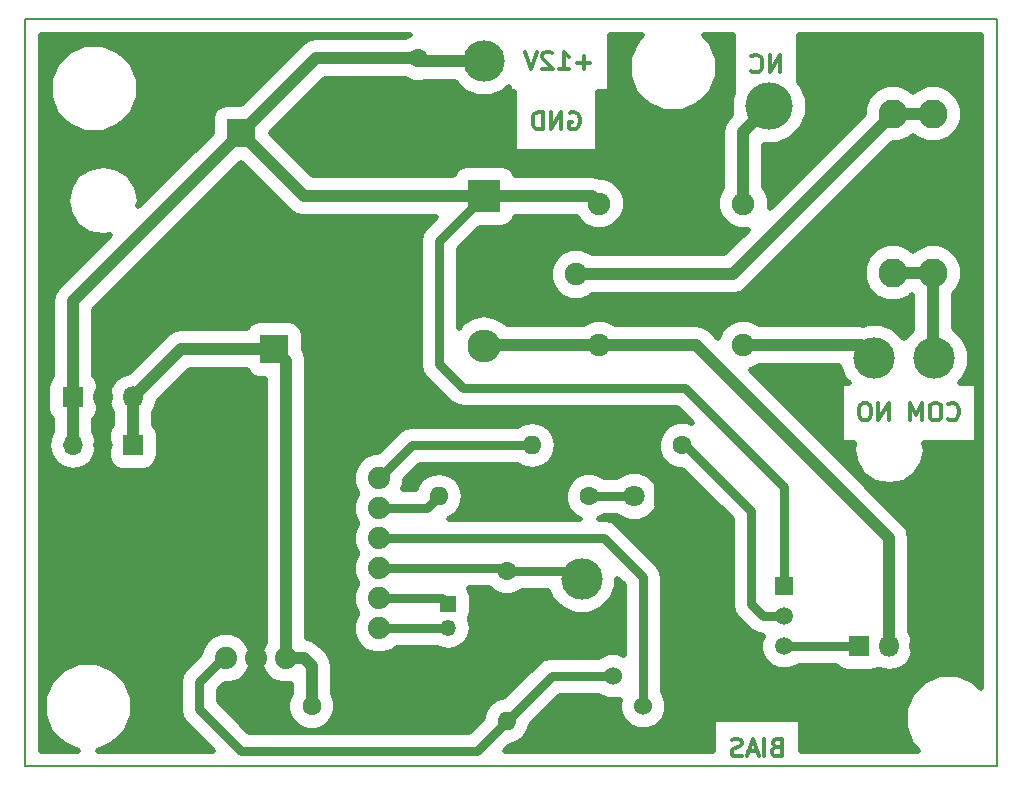
<source format=gbr>
G04 #@! TF.FileFunction,Copper,L2,Bot,Signal*
%FSLAX46Y46*%
G04 Gerber Fmt 4.6, Leading zero omitted, Abs format (unit mm)*
G04 Created by KiCad (PCBNEW 4.0.4-stable) date 04/25/17 22:02:41*
%MOMM*%
%LPD*%
G01*
G04 APERTURE LIST*
%ADD10C,0.100000*%
%ADD11C,0.300000*%
%ADD12C,0.150000*%
%ADD13R,1.350000X1.350000*%
%ADD14O,1.350000X1.350000*%
%ADD15C,3.500120*%
%ADD16C,1.600000*%
%ADD17R,2.400000X2.400000*%
%ADD18C,2.400000*%
%ADD19R,1.800000X1.800000*%
%ADD20C,1.800000*%
%ADD21R,2.800000X2.800000*%
%ADD22O,2.800000X2.800000*%
%ADD23C,2.463800*%
%ADD24O,1.800000X1.800000*%
%ADD25O,1.600000X1.600000*%
%ADD26C,1.524000*%
%ADD27C,1.900000*%
%ADD28C,1.879600*%
%ADD29C,4.000500*%
%ADD30R,1.700000X1.700000*%
%ADD31O,1.700000X1.700000*%
%ADD32C,1.520000*%
%ADD33R,1.520000X1.520000*%
%ADD34C,1.016000*%
%ADD35C,0.635000*%
%ADD36C,0.250000*%
%ADD37C,0.762000*%
%ADD38C,0.508000*%
G04 APERTURE END LIST*
D10*
D11*
X165183142Y-126384857D02*
X164968856Y-126456286D01*
X164897428Y-126527714D01*
X164825999Y-126670571D01*
X164825999Y-126884857D01*
X164897428Y-127027714D01*
X164968856Y-127099143D01*
X165111714Y-127170571D01*
X165683142Y-127170571D01*
X165683142Y-125670571D01*
X165183142Y-125670571D01*
X165040285Y-125742000D01*
X164968856Y-125813429D01*
X164897428Y-125956286D01*
X164897428Y-126099143D01*
X164968856Y-126242000D01*
X165040285Y-126313429D01*
X165183142Y-126384857D01*
X165683142Y-126384857D01*
X164183142Y-127170571D02*
X164183142Y-125670571D01*
X163540285Y-126742000D02*
X162825999Y-126742000D01*
X163683142Y-127170571D02*
X163183142Y-125670571D01*
X162683142Y-127170571D01*
X162254571Y-127099143D02*
X162040285Y-127170571D01*
X161683142Y-127170571D01*
X161540285Y-127099143D01*
X161468856Y-127027714D01*
X161397428Y-126884857D01*
X161397428Y-126742000D01*
X161468856Y-126599143D01*
X161540285Y-126527714D01*
X161683142Y-126456286D01*
X161968856Y-126384857D01*
X162111714Y-126313429D01*
X162183142Y-126242000D01*
X162254571Y-126099143D01*
X162254571Y-125956286D01*
X162183142Y-125813429D01*
X162111714Y-125742000D01*
X161968856Y-125670571D01*
X161611714Y-125670571D01*
X161397428Y-125742000D01*
X147700857Y-72656000D02*
X147843714Y-72584571D01*
X148058000Y-72584571D01*
X148272285Y-72656000D01*
X148415143Y-72798857D01*
X148486571Y-72941714D01*
X148558000Y-73227429D01*
X148558000Y-73441714D01*
X148486571Y-73727429D01*
X148415143Y-73870286D01*
X148272285Y-74013143D01*
X148058000Y-74084571D01*
X147915143Y-74084571D01*
X147700857Y-74013143D01*
X147629428Y-73941714D01*
X147629428Y-73441714D01*
X147915143Y-73441714D01*
X146986571Y-74084571D02*
X146986571Y-72584571D01*
X146129428Y-74084571D01*
X146129428Y-72584571D01*
X145415142Y-74084571D02*
X145415142Y-72584571D01*
X145057999Y-72584571D01*
X144843714Y-72656000D01*
X144700856Y-72798857D01*
X144629428Y-72941714D01*
X144557999Y-73227429D01*
X144557999Y-73441714D01*
X144629428Y-73727429D01*
X144700856Y-73870286D01*
X144843714Y-74013143D01*
X145057999Y-74084571D01*
X145415142Y-74084571D01*
X165516571Y-69258571D02*
X165516571Y-67758571D01*
X164659428Y-69258571D01*
X164659428Y-67758571D01*
X163087999Y-69115714D02*
X163159428Y-69187143D01*
X163373714Y-69258571D01*
X163516571Y-69258571D01*
X163730856Y-69187143D01*
X163873714Y-69044286D01*
X163945142Y-68901429D01*
X164016571Y-68615714D01*
X164016571Y-68401429D01*
X163945142Y-68115714D01*
X163873714Y-67972857D01*
X163730856Y-67830000D01*
X163516571Y-67758571D01*
X163373714Y-67758571D01*
X163159428Y-67830000D01*
X163087999Y-67901429D01*
X174696286Y-98722571D02*
X174696286Y-97222571D01*
X173839143Y-98722571D01*
X173839143Y-97222571D01*
X172839143Y-97222571D02*
X172553429Y-97222571D01*
X172410571Y-97294000D01*
X172267714Y-97436857D01*
X172196286Y-97722571D01*
X172196286Y-98222571D01*
X172267714Y-98508286D01*
X172410571Y-98651143D01*
X172553429Y-98722571D01*
X172839143Y-98722571D01*
X172982000Y-98651143D01*
X173124857Y-98508286D01*
X173196286Y-98222571D01*
X173196286Y-97722571D01*
X173124857Y-97436857D01*
X172982000Y-97294000D01*
X172839143Y-97222571D01*
X179740571Y-98579714D02*
X179812000Y-98651143D01*
X180026286Y-98722571D01*
X180169143Y-98722571D01*
X180383428Y-98651143D01*
X180526286Y-98508286D01*
X180597714Y-98365429D01*
X180669143Y-98079714D01*
X180669143Y-97865429D01*
X180597714Y-97579714D01*
X180526286Y-97436857D01*
X180383428Y-97294000D01*
X180169143Y-97222571D01*
X180026286Y-97222571D01*
X179812000Y-97294000D01*
X179740571Y-97365429D01*
X178812000Y-97222571D02*
X178526286Y-97222571D01*
X178383428Y-97294000D01*
X178240571Y-97436857D01*
X178169143Y-97722571D01*
X178169143Y-98222571D01*
X178240571Y-98508286D01*
X178383428Y-98651143D01*
X178526286Y-98722571D01*
X178812000Y-98722571D01*
X178954857Y-98651143D01*
X179097714Y-98508286D01*
X179169143Y-98222571D01*
X179169143Y-97722571D01*
X179097714Y-97436857D01*
X178954857Y-97294000D01*
X178812000Y-97222571D01*
X177526285Y-98722571D02*
X177526285Y-97222571D01*
X177026285Y-98294000D01*
X176526285Y-97222571D01*
X176526285Y-98722571D01*
X149454856Y-68433143D02*
X148311999Y-68433143D01*
X148883428Y-69004571D02*
X148883428Y-67861714D01*
X146811999Y-69004571D02*
X147669142Y-69004571D01*
X147240570Y-69004571D02*
X147240570Y-67504571D01*
X147383427Y-67718857D01*
X147526285Y-67861714D01*
X147669142Y-67933143D01*
X146240571Y-67647429D02*
X146169142Y-67576000D01*
X146026285Y-67504571D01*
X145669142Y-67504571D01*
X145526285Y-67576000D01*
X145454856Y-67647429D01*
X145383428Y-67790286D01*
X145383428Y-67933143D01*
X145454856Y-68147429D01*
X146311999Y-69004571D01*
X145383428Y-69004571D01*
X144954857Y-67504571D02*
X144454857Y-69004571D01*
X143954857Y-67504571D01*
D12*
X183896000Y-128016000D02*
X183896000Y-64770000D01*
X101600000Y-128016000D02*
X101600000Y-64770000D01*
X183896000Y-128016000D02*
X101600000Y-128016000D01*
X101600000Y-64770000D02*
X183896000Y-64770000D01*
D13*
X137414000Y-114300000D03*
D14*
X137414000Y-116300000D03*
D15*
X148717000Y-112141000D03*
X158877000Y-112141000D03*
D16*
X125857000Y-122936000D03*
X120857000Y-122936000D03*
D17*
X122682000Y-92710000D03*
D18*
X127682000Y-92710000D03*
D16*
X134874000Y-68072000D03*
X134874000Y-73072000D03*
D17*
X119888000Y-74422000D03*
D18*
X124888000Y-74422000D03*
D19*
X155702000Y-105156000D03*
D20*
X153162000Y-105156000D03*
D21*
X140462000Y-79756000D03*
D22*
X140462000Y-92456000D03*
D15*
X140462000Y-73406000D03*
X140462000Y-68326000D03*
X173482000Y-93472000D03*
X178562000Y-93472000D03*
D23*
X175082200Y-86233000D03*
X178485800Y-86233000D03*
X178485800Y-72771000D03*
X175082200Y-72771000D03*
D19*
X172212000Y-117856000D03*
D24*
X174752000Y-117856000D03*
X177292000Y-117856000D03*
D16*
X142367000Y-111506000D03*
D25*
X142367000Y-124206000D03*
D16*
X149352000Y-105156000D03*
D25*
X136652000Y-105156000D03*
D16*
X157226000Y-100838000D03*
D25*
X144526000Y-100838000D03*
D26*
X156464000Y-120396000D03*
X153924000Y-122936000D03*
X151384000Y-120396000D03*
D27*
X162410000Y-92360000D03*
X148210000Y-86360000D03*
X162410000Y-80360000D03*
X150210000Y-80360000D03*
X150210000Y-92360000D03*
D19*
X105664000Y-96774000D03*
D24*
X108204000Y-96774000D03*
X110744000Y-96774000D03*
D28*
X118618000Y-118872000D03*
X121158000Y-118872000D03*
X123698000Y-118872000D03*
X131572000Y-116332000D03*
X131572000Y-113792000D03*
X131572000Y-111252000D03*
X131572000Y-108712000D03*
X131572000Y-106172000D03*
X131572000Y-103632000D03*
D29*
X164592000Y-72136000D03*
D30*
X110744000Y-100838000D03*
D31*
X108204000Y-100838000D03*
X105664000Y-100838000D03*
D32*
X165862000Y-115316000D03*
X165862000Y-117856000D03*
D33*
X165862000Y-112776000D03*
D34*
X110744000Y-100838000D02*
X110744000Y-96774000D01*
X122682000Y-92710000D02*
X114808000Y-92710000D01*
X114808000Y-92710000D02*
X110744000Y-96774000D01*
X123698000Y-118872000D02*
X123698000Y-93726000D01*
X123698000Y-93726000D02*
X122682000Y-92710000D01*
X125857000Y-122936000D02*
X125857000Y-119507000D01*
X125222000Y-118872000D02*
X123698000Y-118872000D01*
X125857000Y-119507000D02*
X125222000Y-118872000D01*
D35*
X123698000Y-93726000D02*
X122682000Y-92710000D01*
X121158000Y-122635000D02*
X120857000Y-122936000D01*
D36*
X121158000Y-122635000D02*
X120857000Y-122936000D01*
X158877000Y-112141000D02*
X158877000Y-110871000D01*
D37*
X165862000Y-112776000D02*
X165862000Y-104394000D01*
X136652000Y-83566000D02*
X140462000Y-79756000D01*
X136652000Y-93980000D02*
X136652000Y-83566000D01*
X138684000Y-96012000D02*
X136652000Y-93980000D01*
X157480000Y-96012000D02*
X138684000Y-96012000D01*
X165862000Y-104394000D02*
X157480000Y-96012000D01*
D34*
X105664000Y-96774000D02*
X105664000Y-100838000D01*
X140462000Y-79756000D02*
X125222000Y-79756000D01*
X125222000Y-79756000D02*
X119888000Y-74422000D01*
X105664000Y-96774000D02*
X105664000Y-88646000D01*
X114808000Y-79502000D02*
X119888000Y-74422000D01*
X105664000Y-88646000D02*
X114808000Y-79502000D01*
X134874000Y-68072000D02*
X126238000Y-68072000D01*
X126238000Y-68072000D02*
X119888000Y-74422000D01*
X140462000Y-68326000D02*
X135128000Y-68326000D01*
X135128000Y-68326000D02*
X134874000Y-68072000D01*
D35*
X140208000Y-68072000D02*
X140462000Y-68326000D01*
D34*
X140462000Y-79756000D02*
X149606000Y-79756000D01*
X149606000Y-79756000D02*
X150210000Y-80360000D01*
D36*
X141066000Y-80360000D02*
X140462000Y-79756000D01*
D37*
X149352000Y-105156000D02*
X153162000Y-105156000D01*
D34*
X150210000Y-92360000D02*
X158400000Y-92360000D01*
X174752000Y-108712000D02*
X174752000Y-117856000D01*
X158400000Y-92360000D02*
X174752000Y-108712000D01*
X150210000Y-92360000D02*
X140558000Y-92360000D01*
X140558000Y-92360000D02*
X140462000Y-92456000D01*
D36*
X150114000Y-92456000D02*
X150210000Y-92360000D01*
D37*
X131572000Y-113792000D02*
X136906000Y-113792000D01*
X136906000Y-113792000D02*
X137414000Y-114300000D01*
X131826000Y-114046000D02*
X131572000Y-113792000D01*
X131572000Y-116332000D02*
X137382000Y-116332000D01*
X137382000Y-116332000D02*
X137414000Y-116300000D01*
D38*
X137001000Y-116332000D02*
X137287000Y-116046000D01*
D36*
X137001000Y-116332000D02*
X137287000Y-116046000D01*
D34*
X162410000Y-92360000D02*
X172370000Y-92360000D01*
X172370000Y-92360000D02*
X173482000Y-93472000D01*
X178485800Y-86233000D02*
X178485800Y-93395800D01*
X178485800Y-93395800D02*
X178562000Y-93472000D01*
X175082200Y-86233000D02*
X178485800Y-86233000D01*
D36*
X178485800Y-86233000D02*
X178562000Y-86309200D01*
D34*
X162410000Y-80360000D02*
X162410000Y-74318000D01*
X162410000Y-74318000D02*
X164592000Y-72136000D01*
X175082200Y-72771000D02*
X178485800Y-72771000D01*
X148210000Y-86360000D02*
X161493200Y-86360000D01*
X161493200Y-86360000D02*
X175082200Y-72771000D01*
D37*
X172212000Y-117856000D02*
X165862000Y-117856000D01*
X142367000Y-111506000D02*
X148082000Y-111506000D01*
X148082000Y-111506000D02*
X148717000Y-112141000D01*
X131572000Y-111252000D02*
X142113000Y-111252000D01*
X142113000Y-111252000D02*
X142367000Y-111506000D01*
D38*
X148082000Y-111506000D02*
X148717000Y-112141000D01*
X142113000Y-111252000D02*
X142367000Y-111506000D01*
D35*
X148082000Y-111506000D02*
X148717000Y-112141000D01*
X142113000Y-111252000D02*
X142367000Y-111506000D01*
D36*
X148082000Y-111506000D02*
X148717000Y-112141000D01*
X142113000Y-111252000D02*
X142367000Y-111506000D01*
D37*
X118618000Y-118872000D02*
X118364000Y-118872000D01*
X118364000Y-118872000D02*
X116332000Y-120904000D01*
X116332000Y-120904000D02*
X116332000Y-123190000D01*
X116332000Y-123190000D02*
X119888000Y-126746000D01*
X119888000Y-126746000D02*
X139827000Y-126746000D01*
X139827000Y-126746000D02*
X142367000Y-124206000D01*
X151384000Y-120396000D02*
X146177000Y-120396000D01*
X146177000Y-120396000D02*
X142367000Y-124206000D01*
X131572000Y-106172000D02*
X135636000Y-106172000D01*
X135636000Y-106172000D02*
X136652000Y-105156000D01*
X144526000Y-100838000D02*
X134366000Y-100838000D01*
X134366000Y-100838000D02*
X131572000Y-103632000D01*
D38*
X131572000Y-103632000D02*
X132080000Y-103632000D01*
D37*
X153924000Y-122936000D02*
X153924000Y-112014000D01*
X150622000Y-108712000D02*
X131572000Y-108712000D01*
X153924000Y-112014000D02*
X150622000Y-108712000D01*
X157226000Y-100838000D02*
X157480000Y-100838000D01*
X157480000Y-100838000D02*
X163068000Y-106426000D01*
X163068000Y-106426000D02*
X163068000Y-114300000D01*
X163068000Y-114300000D02*
X164084000Y-115316000D01*
X164084000Y-115316000D02*
X165862000Y-115316000D01*
D38*
G36*
X133756496Y-66294000D02*
X126238000Y-66294000D01*
X125557589Y-66429342D01*
X124980764Y-66814764D01*
X119868408Y-71927120D01*
X118688000Y-71927120D01*
X118217366Y-72015676D01*
X117785118Y-72293820D01*
X117495138Y-72718219D01*
X117393120Y-73222000D01*
X117393120Y-74402408D01*
X111184250Y-80611278D01*
X111283165Y-80114000D01*
X111053281Y-78958296D01*
X110398627Y-77978538D01*
X109418869Y-77323884D01*
X108263165Y-77094000D01*
X108144835Y-77094000D01*
X106989131Y-77323884D01*
X106009373Y-77978538D01*
X105354719Y-78958296D01*
X105124835Y-80114000D01*
X105354719Y-81269704D01*
X106009373Y-82249462D01*
X106989131Y-82904116D01*
X108144835Y-83134000D01*
X108263165Y-83134000D01*
X108760443Y-83035085D01*
X104406764Y-87388764D01*
X104021342Y-87965589D01*
X103886000Y-88646000D01*
X103886000Y-94929809D01*
X103861118Y-94945820D01*
X103571138Y-95370219D01*
X103469120Y-95874000D01*
X103469120Y-97674000D01*
X103557676Y-98144634D01*
X103835820Y-98576882D01*
X103886000Y-98611169D01*
X103886000Y-99714854D01*
X103705375Y-99985178D01*
X103544000Y-100796467D01*
X103544000Y-100879533D01*
X103705375Y-101690822D01*
X104164934Y-102378599D01*
X104852711Y-102838158D01*
X105664000Y-102999533D01*
X106475289Y-102838158D01*
X107163066Y-102378599D01*
X107622625Y-101690822D01*
X107784000Y-100879533D01*
X107784000Y-100796467D01*
X107622625Y-99985178D01*
X107442000Y-99714854D01*
X107442000Y-98618191D01*
X107466882Y-98602180D01*
X107756862Y-98177781D01*
X107858880Y-97674000D01*
X107858880Y-96774000D01*
X108531487Y-96774000D01*
X108696668Y-97604423D01*
X108966000Y-98007507D01*
X108966000Y-99096581D01*
X108701138Y-99484219D01*
X108599120Y-99988000D01*
X108599120Y-101688000D01*
X108687676Y-102158634D01*
X108965820Y-102590882D01*
X109390219Y-102880862D01*
X109894000Y-102982880D01*
X111594000Y-102982880D01*
X112064634Y-102894324D01*
X112496882Y-102616180D01*
X112786862Y-102191781D01*
X112888880Y-101688000D01*
X112888880Y-99988000D01*
X112800324Y-99517366D01*
X112522180Y-99085118D01*
X112522000Y-99084995D01*
X112522000Y-98007507D01*
X112791332Y-97604423D01*
X112881536Y-97150936D01*
X115544472Y-94488000D01*
X120344764Y-94488000D01*
X120553820Y-94812882D01*
X120978219Y-95102862D01*
X121482000Y-95204880D01*
X121920000Y-95204880D01*
X121920000Y-117524493D01*
X121825715Y-117618614D01*
X121488584Y-118430515D01*
X121487817Y-119309628D01*
X121823530Y-120122116D01*
X122444614Y-120744285D01*
X123256515Y-121081416D01*
X124079000Y-121082134D01*
X124079000Y-121820097D01*
X123787360Y-122522445D01*
X123786641Y-123345942D01*
X124101116Y-124107029D01*
X124682908Y-124689838D01*
X125443445Y-125005640D01*
X126266942Y-125006359D01*
X127028029Y-124691884D01*
X127610838Y-124110092D01*
X127926640Y-123349555D01*
X127927359Y-122526058D01*
X127635000Y-121818496D01*
X127635000Y-119507000D01*
X127499658Y-118826589D01*
X127114236Y-118249764D01*
X126479236Y-117614764D01*
X125902411Y-117229342D01*
X125476000Y-117144524D01*
X125476000Y-93726000D01*
X125340658Y-93045589D01*
X125176880Y-92800478D01*
X125176880Y-91510000D01*
X125088324Y-91039366D01*
X124810180Y-90607118D01*
X124385781Y-90317138D01*
X123882000Y-90215120D01*
X121482000Y-90215120D01*
X121011366Y-90303676D01*
X120579118Y-90581820D01*
X120339850Y-90932000D01*
X114808000Y-90932000D01*
X114127589Y-91067342D01*
X113550764Y-91452764D01*
X110324551Y-94678977D01*
X109871064Y-94769181D01*
X109167065Y-95239578D01*
X108696668Y-95943577D01*
X108531487Y-96774000D01*
X107858880Y-96774000D01*
X107858880Y-95874000D01*
X107770324Y-95403366D01*
X107492180Y-94971118D01*
X107442000Y-94936831D01*
X107442000Y-89382472D01*
X119888000Y-76936472D01*
X123964764Y-81013236D01*
X124541589Y-81398658D01*
X125222000Y-81534000D01*
X136349134Y-81534000D01*
X135484567Y-82398567D01*
X135126675Y-82934189D01*
X135126675Y-82934190D01*
X135001000Y-83566000D01*
X135001000Y-93980000D01*
X135126675Y-94611811D01*
X135484567Y-95147433D01*
X137516567Y-97179433D01*
X138052190Y-97537325D01*
X138684000Y-97663000D01*
X156796134Y-97663000D01*
X158087494Y-98954360D01*
X157639555Y-98768360D01*
X156816058Y-98767641D01*
X156054971Y-99082116D01*
X155472162Y-99663908D01*
X155156360Y-100424445D01*
X155155641Y-101247942D01*
X155470116Y-102009029D01*
X156051908Y-102591838D01*
X156812445Y-102907640D01*
X157215125Y-102907992D01*
X161417000Y-107109867D01*
X161417000Y-114300000D01*
X161542675Y-114931811D01*
X161900567Y-115467433D01*
X162916567Y-116483433D01*
X163452189Y-116841325D01*
X164036977Y-116957647D01*
X163832353Y-117450437D01*
X163831648Y-118258020D01*
X164140046Y-119004400D01*
X164710596Y-119575947D01*
X165456437Y-119885647D01*
X166264020Y-119886352D01*
X167010400Y-119577954D01*
X167081478Y-119507000D01*
X170286087Y-119507000D01*
X170383820Y-119658882D01*
X170808219Y-119948862D01*
X171312000Y-120050880D01*
X173112000Y-120050880D01*
X173582634Y-119962324D01*
X173811026Y-119815358D01*
X173879064Y-119860819D01*
X174709487Y-120026000D01*
X174794513Y-120026000D01*
X175624936Y-119860819D01*
X176328935Y-119390422D01*
X176799332Y-118686423D01*
X176964513Y-117856000D01*
X176799332Y-117025577D01*
X176530000Y-116622493D01*
X176530000Y-108712000D01*
X176464243Y-108381416D01*
X176394658Y-108031588D01*
X176009236Y-107454764D01*
X163051466Y-94496994D01*
X163665886Y-94243121D01*
X163771191Y-94138000D01*
X170489476Y-94138000D01*
X170920225Y-95180491D01*
X171313048Y-95574000D01*
X170640571Y-95574000D01*
X170640571Y-100664000D01*
X171778656Y-100664000D01*
X171672835Y-101196000D01*
X171902719Y-102351704D01*
X172557373Y-103331462D01*
X173537131Y-103986116D01*
X174692835Y-104216000D01*
X174811165Y-104216000D01*
X175966869Y-103986116D01*
X176946627Y-103331462D01*
X177601281Y-102351704D01*
X177831165Y-101196000D01*
X177725344Y-100664000D01*
X182224858Y-100664000D01*
X182224858Y-95574000D01*
X180731069Y-95574000D01*
X181120789Y-95184960D01*
X181581534Y-94075362D01*
X181582583Y-92873909D01*
X181123775Y-91763509D01*
X180274960Y-90913211D01*
X180263800Y-90908577D01*
X180263800Y-87993238D01*
X180605571Y-87652063D01*
X180987265Y-86732842D01*
X180988133Y-85737525D01*
X180608044Y-84817639D01*
X179904863Y-84113229D01*
X178985642Y-83731535D01*
X177990325Y-83730667D01*
X177070439Y-84110756D01*
X176784118Y-84396578D01*
X176501263Y-84113229D01*
X175582042Y-83731535D01*
X174586725Y-83730667D01*
X173666839Y-84110756D01*
X172962429Y-84813937D01*
X172580735Y-85733158D01*
X172579867Y-86728475D01*
X172959956Y-87648361D01*
X173663137Y-88352771D01*
X174582358Y-88734465D01*
X175577675Y-88735333D01*
X176497561Y-88355244D01*
X176707800Y-88145372D01*
X176707800Y-91055680D01*
X176021294Y-91740989D01*
X175194960Y-90913211D01*
X174085362Y-90452466D01*
X172883909Y-90451417D01*
X172503572Y-90608569D01*
X172370000Y-90582000D01*
X163771918Y-90582000D01*
X163669171Y-90479073D01*
X162853523Y-90140387D01*
X161970352Y-90139616D01*
X161154114Y-90476879D01*
X160529073Y-91100829D01*
X160272705Y-91718233D01*
X159657236Y-91102764D01*
X159080411Y-90717342D01*
X158400000Y-90582000D01*
X151571918Y-90582000D01*
X151469171Y-90479073D01*
X150653523Y-90140387D01*
X149770352Y-90139616D01*
X148954114Y-90476879D01*
X148848809Y-90582000D01*
X142394264Y-90582000D01*
X142349975Y-90515717D01*
X141483765Y-89936934D01*
X140462000Y-89733692D01*
X139440235Y-89936934D01*
X138574025Y-90515717D01*
X138303000Y-90921335D01*
X138303000Y-84249866D01*
X140101987Y-82450880D01*
X141862000Y-82450880D01*
X142332634Y-82362324D01*
X142764882Y-82084180D01*
X143054862Y-81659781D01*
X143080333Y-81534000D01*
X148293044Y-81534000D01*
X148326879Y-81615886D01*
X148950829Y-82240927D01*
X149766477Y-82579613D01*
X150649648Y-82580384D01*
X151465886Y-82243121D01*
X152090927Y-81619171D01*
X152429613Y-80803523D01*
X152430384Y-79920352D01*
X152093121Y-79104114D01*
X151469171Y-78479073D01*
X150653523Y-78140387D01*
X150326459Y-78140101D01*
X150286411Y-78113342D01*
X149606000Y-77978000D01*
X143085754Y-77978000D01*
X143068324Y-77885366D01*
X142790180Y-77453118D01*
X142365781Y-77163138D01*
X141862000Y-77061120D01*
X139062000Y-77061120D01*
X138591366Y-77149676D01*
X138159118Y-77427820D01*
X137869138Y-77852219D01*
X137843667Y-77978000D01*
X125958472Y-77978000D01*
X122402472Y-74422000D01*
X126974472Y-69850000D01*
X133758097Y-69850000D01*
X134460445Y-70141640D01*
X135283942Y-70142359D01*
X135376778Y-70104000D01*
X137969613Y-70104000D01*
X138749040Y-70884789D01*
X139858638Y-71345534D01*
X141060091Y-71346583D01*
X142170491Y-70887775D01*
X142542001Y-70516913D01*
X142542001Y-70946000D01*
X143002286Y-70946000D01*
X143002286Y-76026000D01*
X150113715Y-76026000D01*
X150113715Y-70946000D01*
X151082000Y-70946000D01*
X151082000Y-66115000D01*
X153851505Y-66115000D01*
X153269813Y-66695678D01*
X152694656Y-68080811D01*
X152693347Y-69580609D01*
X153266086Y-70966744D01*
X154325678Y-72028187D01*
X155710811Y-72603344D01*
X157210609Y-72604653D01*
X158596744Y-72031914D01*
X159658187Y-70972322D01*
X160233344Y-69587189D01*
X160234653Y-68087391D01*
X159661914Y-66701256D01*
X159076680Y-66115000D01*
X161532286Y-66115000D01*
X161532286Y-70976997D01*
X161322319Y-71482653D01*
X161321184Y-72783639D01*
X161352967Y-72860561D01*
X161152764Y-73060764D01*
X160767342Y-73637589D01*
X160632000Y-74318000D01*
X160632000Y-78998082D01*
X160529073Y-79100829D01*
X160190387Y-79916477D01*
X160189616Y-80799648D01*
X160526879Y-81615886D01*
X161150829Y-82240927D01*
X161966477Y-82579613D01*
X162758424Y-82580304D01*
X160756728Y-84582000D01*
X149571918Y-84582000D01*
X149469171Y-84479073D01*
X148653523Y-84140387D01*
X147770352Y-84139616D01*
X146954114Y-84476879D01*
X146329073Y-85100829D01*
X145990387Y-85916477D01*
X145989616Y-86799648D01*
X146326879Y-87615886D01*
X146950829Y-88240927D01*
X147766477Y-88579613D01*
X148649648Y-88580384D01*
X149465886Y-88243121D01*
X149571191Y-88138000D01*
X161493200Y-88138000D01*
X162173611Y-88002658D01*
X162750436Y-87617236D01*
X175094760Y-75272912D01*
X175577675Y-75273333D01*
X176497561Y-74893244D01*
X176783882Y-74607422D01*
X177066737Y-74890771D01*
X177985958Y-75272465D01*
X178981275Y-75273333D01*
X179901161Y-74893244D01*
X180605571Y-74190063D01*
X180987265Y-73270842D01*
X180988133Y-72275525D01*
X180608044Y-71355639D01*
X179904863Y-70651229D01*
X178985642Y-70269535D01*
X177990325Y-70268667D01*
X177070439Y-70648756D01*
X176784118Y-70934578D01*
X176501263Y-70651229D01*
X175582042Y-70269535D01*
X174586725Y-70268667D01*
X173666839Y-70648756D01*
X172962429Y-71351937D01*
X172580735Y-72271158D01*
X172580310Y-72758418D01*
X164629695Y-80709033D01*
X164630384Y-79920352D01*
X164293121Y-79104114D01*
X164188000Y-78998809D01*
X164188000Y-75405899D01*
X165239639Y-75406816D01*
X166442028Y-74910000D01*
X167362766Y-73990866D01*
X167861681Y-72789347D01*
X167862816Y-71488361D01*
X167366000Y-70285972D01*
X167143715Y-70063299D01*
X167143715Y-66115000D01*
X182551000Y-66115000D01*
X182551000Y-121339505D01*
X181970322Y-120757813D01*
X180585189Y-120182656D01*
X179085391Y-120181347D01*
X177699256Y-120754086D01*
X176637813Y-121813678D01*
X176062656Y-123198811D01*
X176061347Y-124698609D01*
X176634086Y-126084744D01*
X177219320Y-126671000D01*
X167310286Y-126671000D01*
X167310286Y-124022000D01*
X159841715Y-124022000D01*
X159841715Y-126671000D01*
X142236866Y-126671000D01*
X142647010Y-126260857D01*
X143159155Y-126158985D01*
X143830711Y-125710265D01*
X144279431Y-125038709D01*
X144381303Y-124526563D01*
X146860867Y-122047000D01*
X150160944Y-122047000D01*
X150231462Y-122117641D01*
X150978037Y-122427646D01*
X151786416Y-122428352D01*
X151965262Y-122354454D01*
X151892354Y-122530037D01*
X151891648Y-123338416D01*
X152200350Y-124085532D01*
X152771462Y-124657641D01*
X153518037Y-124967646D01*
X154326416Y-124968352D01*
X155073532Y-124659650D01*
X155645641Y-124088538D01*
X155955646Y-123341963D01*
X155956352Y-122533584D01*
X155647650Y-121786468D01*
X155575000Y-121713691D01*
X155575000Y-112014000D01*
X155449325Y-111382190D01*
X155449325Y-111382189D01*
X155091433Y-110846567D01*
X151789433Y-107544567D01*
X151253811Y-107186675D01*
X150622000Y-107061000D01*
X150162141Y-107061000D01*
X150523029Y-106911884D01*
X150628096Y-106807000D01*
X151743952Y-106807000D01*
X151931189Y-106994564D01*
X152728467Y-107325623D01*
X153591746Y-107326376D01*
X154389601Y-106996709D01*
X155000564Y-106386811D01*
X155331623Y-105589533D01*
X155332376Y-104726254D01*
X155002709Y-103928399D01*
X154392811Y-103317436D01*
X153595533Y-102986377D01*
X152732254Y-102985624D01*
X151934399Y-103315291D01*
X151744359Y-103505000D01*
X150628751Y-103505000D01*
X150526092Y-103402162D01*
X149765555Y-103086360D01*
X148942058Y-103085641D01*
X148180971Y-103400116D01*
X147598162Y-103981908D01*
X147282360Y-104742445D01*
X147281641Y-105565942D01*
X147596116Y-106327029D01*
X148177908Y-106909838D01*
X148541947Y-107061000D01*
X137495830Y-107061000D01*
X138156265Y-106619711D01*
X138604985Y-105948155D01*
X138762554Y-105156000D01*
X138604985Y-104363845D01*
X138156265Y-103692289D01*
X137484709Y-103243569D01*
X136692554Y-103086000D01*
X136611446Y-103086000D01*
X135819291Y-103243569D01*
X135147735Y-103692289D01*
X134699015Y-104363845D01*
X134667755Y-104521000D01*
X133595591Y-104521000D01*
X133781416Y-104073485D01*
X133781692Y-103757174D01*
X135049867Y-102489000D01*
X143302032Y-102489000D01*
X143693291Y-102750431D01*
X144485446Y-102908000D01*
X144566554Y-102908000D01*
X145358709Y-102750431D01*
X146030265Y-102301711D01*
X146478985Y-101630155D01*
X146636554Y-100838000D01*
X146478985Y-100045845D01*
X146030265Y-99374289D01*
X145358709Y-98925569D01*
X144566554Y-98768000D01*
X144485446Y-98768000D01*
X143693291Y-98925569D01*
X143302032Y-99187000D01*
X134366000Y-99187000D01*
X133734190Y-99312675D01*
X133198567Y-99670566D01*
X131447044Y-101422090D01*
X131134372Y-101421817D01*
X130321884Y-101757530D01*
X129699715Y-102378614D01*
X129362584Y-103190515D01*
X129361817Y-104069628D01*
X129697530Y-104882116D01*
X129716870Y-104901489D01*
X129699715Y-104918614D01*
X129362584Y-105730515D01*
X129361817Y-106609628D01*
X129697530Y-107422116D01*
X129716870Y-107441489D01*
X129699715Y-107458614D01*
X129362584Y-108270515D01*
X129361817Y-109149628D01*
X129697530Y-109962116D01*
X129716870Y-109981489D01*
X129699715Y-109998614D01*
X129362584Y-110810515D01*
X129361817Y-111689628D01*
X129697530Y-112502116D01*
X129716870Y-112521489D01*
X129699715Y-112538614D01*
X129362584Y-113350515D01*
X129361817Y-114229628D01*
X129697530Y-115042116D01*
X129716870Y-115061489D01*
X129699715Y-115078614D01*
X129362584Y-115890515D01*
X129361817Y-116769628D01*
X129697530Y-117582116D01*
X130318614Y-118204285D01*
X131130515Y-118541416D01*
X132009628Y-118542183D01*
X132822116Y-118206470D01*
X133045976Y-117983000D01*
X136461044Y-117983000D01*
X136631576Y-118096946D01*
X137375895Y-118245000D01*
X137452105Y-118245000D01*
X138196424Y-118096946D01*
X138827428Y-117675323D01*
X139249051Y-117044319D01*
X139397105Y-116300000D01*
X139249051Y-115555681D01*
X139239295Y-115541080D01*
X139281862Y-115478781D01*
X139383880Y-114975000D01*
X139383880Y-113625000D01*
X139295324Y-113154366D01*
X139133574Y-112903000D01*
X140836693Y-112903000D01*
X141192908Y-113259838D01*
X141953445Y-113575640D01*
X142776942Y-113576359D01*
X143538029Y-113261884D01*
X143643096Y-113157000D01*
X145869094Y-113157000D01*
X146155225Y-113849491D01*
X147004040Y-114699789D01*
X148113638Y-115160534D01*
X149315091Y-115161583D01*
X150425491Y-114702775D01*
X151275789Y-113853960D01*
X151736534Y-112744362D01*
X151737043Y-112161909D01*
X152273000Y-112697866D01*
X152273000Y-118564928D01*
X151789963Y-118364354D01*
X150981584Y-118363648D01*
X150234468Y-118672350D01*
X150161691Y-118745000D01*
X146177000Y-118745000D01*
X145545190Y-118870675D01*
X145009567Y-119228566D01*
X142086991Y-122151143D01*
X141574845Y-122253015D01*
X140903289Y-122701735D01*
X140454569Y-123373291D01*
X140352697Y-123885436D01*
X139143134Y-125095000D01*
X120571867Y-125095000D01*
X117983000Y-122506134D01*
X117983000Y-121587866D01*
X118489177Y-121081689D01*
X119055628Y-121082183D01*
X119868116Y-120746470D01*
X120490285Y-120125386D01*
X120827416Y-119313485D01*
X120828183Y-118434372D01*
X120492470Y-117621884D01*
X119871386Y-116999715D01*
X119059485Y-116662584D01*
X118180372Y-116661817D01*
X117367884Y-116997530D01*
X116745715Y-117618614D01*
X116408584Y-118430515D01*
X116408530Y-118492604D01*
X115164567Y-119736567D01*
X114806675Y-120272189D01*
X114781784Y-120397325D01*
X114681000Y-120904000D01*
X114681000Y-123190000D01*
X114806675Y-123821811D01*
X115164567Y-124357433D01*
X117478133Y-126671000D01*
X107766896Y-126671000D01*
X109066744Y-126133914D01*
X110128187Y-125074322D01*
X110703344Y-123689189D01*
X110704653Y-122189391D01*
X110131914Y-120803256D01*
X109072322Y-119741813D01*
X107687189Y-119166656D01*
X106187391Y-119165347D01*
X104801256Y-119738086D01*
X103739813Y-120797678D01*
X103164656Y-122182811D01*
X103163347Y-123682609D01*
X103736086Y-125068744D01*
X104795678Y-126130187D01*
X106098101Y-126671000D01*
X102945000Y-126671000D01*
X102945000Y-71358609D01*
X103671347Y-71358609D01*
X104244086Y-72744744D01*
X105303678Y-73806187D01*
X106688811Y-74381344D01*
X108188609Y-74382653D01*
X109574744Y-73809914D01*
X110636187Y-72750322D01*
X111211344Y-71365189D01*
X111212653Y-69865391D01*
X110639914Y-68479256D01*
X109580322Y-67417813D01*
X108195189Y-66842656D01*
X106695391Y-66841347D01*
X105309256Y-67414086D01*
X104247813Y-68473678D01*
X103672656Y-69858811D01*
X103671347Y-71358609D01*
X102945000Y-71358609D01*
X102945000Y-66115000D01*
X134189708Y-66115000D01*
X133756496Y-66294000D01*
X133756496Y-66294000D01*
G37*
X133756496Y-66294000D02*
X126238000Y-66294000D01*
X125557589Y-66429342D01*
X124980764Y-66814764D01*
X119868408Y-71927120D01*
X118688000Y-71927120D01*
X118217366Y-72015676D01*
X117785118Y-72293820D01*
X117495138Y-72718219D01*
X117393120Y-73222000D01*
X117393120Y-74402408D01*
X111184250Y-80611278D01*
X111283165Y-80114000D01*
X111053281Y-78958296D01*
X110398627Y-77978538D01*
X109418869Y-77323884D01*
X108263165Y-77094000D01*
X108144835Y-77094000D01*
X106989131Y-77323884D01*
X106009373Y-77978538D01*
X105354719Y-78958296D01*
X105124835Y-80114000D01*
X105354719Y-81269704D01*
X106009373Y-82249462D01*
X106989131Y-82904116D01*
X108144835Y-83134000D01*
X108263165Y-83134000D01*
X108760443Y-83035085D01*
X104406764Y-87388764D01*
X104021342Y-87965589D01*
X103886000Y-88646000D01*
X103886000Y-94929809D01*
X103861118Y-94945820D01*
X103571138Y-95370219D01*
X103469120Y-95874000D01*
X103469120Y-97674000D01*
X103557676Y-98144634D01*
X103835820Y-98576882D01*
X103886000Y-98611169D01*
X103886000Y-99714854D01*
X103705375Y-99985178D01*
X103544000Y-100796467D01*
X103544000Y-100879533D01*
X103705375Y-101690822D01*
X104164934Y-102378599D01*
X104852711Y-102838158D01*
X105664000Y-102999533D01*
X106475289Y-102838158D01*
X107163066Y-102378599D01*
X107622625Y-101690822D01*
X107784000Y-100879533D01*
X107784000Y-100796467D01*
X107622625Y-99985178D01*
X107442000Y-99714854D01*
X107442000Y-98618191D01*
X107466882Y-98602180D01*
X107756862Y-98177781D01*
X107858880Y-97674000D01*
X107858880Y-96774000D01*
X108531487Y-96774000D01*
X108696668Y-97604423D01*
X108966000Y-98007507D01*
X108966000Y-99096581D01*
X108701138Y-99484219D01*
X108599120Y-99988000D01*
X108599120Y-101688000D01*
X108687676Y-102158634D01*
X108965820Y-102590882D01*
X109390219Y-102880862D01*
X109894000Y-102982880D01*
X111594000Y-102982880D01*
X112064634Y-102894324D01*
X112496882Y-102616180D01*
X112786862Y-102191781D01*
X112888880Y-101688000D01*
X112888880Y-99988000D01*
X112800324Y-99517366D01*
X112522180Y-99085118D01*
X112522000Y-99084995D01*
X112522000Y-98007507D01*
X112791332Y-97604423D01*
X112881536Y-97150936D01*
X115544472Y-94488000D01*
X120344764Y-94488000D01*
X120553820Y-94812882D01*
X120978219Y-95102862D01*
X121482000Y-95204880D01*
X121920000Y-95204880D01*
X121920000Y-117524493D01*
X121825715Y-117618614D01*
X121488584Y-118430515D01*
X121487817Y-119309628D01*
X121823530Y-120122116D01*
X122444614Y-120744285D01*
X123256515Y-121081416D01*
X124079000Y-121082134D01*
X124079000Y-121820097D01*
X123787360Y-122522445D01*
X123786641Y-123345942D01*
X124101116Y-124107029D01*
X124682908Y-124689838D01*
X125443445Y-125005640D01*
X126266942Y-125006359D01*
X127028029Y-124691884D01*
X127610838Y-124110092D01*
X127926640Y-123349555D01*
X127927359Y-122526058D01*
X127635000Y-121818496D01*
X127635000Y-119507000D01*
X127499658Y-118826589D01*
X127114236Y-118249764D01*
X126479236Y-117614764D01*
X125902411Y-117229342D01*
X125476000Y-117144524D01*
X125476000Y-93726000D01*
X125340658Y-93045589D01*
X125176880Y-92800478D01*
X125176880Y-91510000D01*
X125088324Y-91039366D01*
X124810180Y-90607118D01*
X124385781Y-90317138D01*
X123882000Y-90215120D01*
X121482000Y-90215120D01*
X121011366Y-90303676D01*
X120579118Y-90581820D01*
X120339850Y-90932000D01*
X114808000Y-90932000D01*
X114127589Y-91067342D01*
X113550764Y-91452764D01*
X110324551Y-94678977D01*
X109871064Y-94769181D01*
X109167065Y-95239578D01*
X108696668Y-95943577D01*
X108531487Y-96774000D01*
X107858880Y-96774000D01*
X107858880Y-95874000D01*
X107770324Y-95403366D01*
X107492180Y-94971118D01*
X107442000Y-94936831D01*
X107442000Y-89382472D01*
X119888000Y-76936472D01*
X123964764Y-81013236D01*
X124541589Y-81398658D01*
X125222000Y-81534000D01*
X136349134Y-81534000D01*
X135484567Y-82398567D01*
X135126675Y-82934189D01*
X135126675Y-82934190D01*
X135001000Y-83566000D01*
X135001000Y-93980000D01*
X135126675Y-94611811D01*
X135484567Y-95147433D01*
X137516567Y-97179433D01*
X138052190Y-97537325D01*
X138684000Y-97663000D01*
X156796134Y-97663000D01*
X158087494Y-98954360D01*
X157639555Y-98768360D01*
X156816058Y-98767641D01*
X156054971Y-99082116D01*
X155472162Y-99663908D01*
X155156360Y-100424445D01*
X155155641Y-101247942D01*
X155470116Y-102009029D01*
X156051908Y-102591838D01*
X156812445Y-102907640D01*
X157215125Y-102907992D01*
X161417000Y-107109867D01*
X161417000Y-114300000D01*
X161542675Y-114931811D01*
X161900567Y-115467433D01*
X162916567Y-116483433D01*
X163452189Y-116841325D01*
X164036977Y-116957647D01*
X163832353Y-117450437D01*
X163831648Y-118258020D01*
X164140046Y-119004400D01*
X164710596Y-119575947D01*
X165456437Y-119885647D01*
X166264020Y-119886352D01*
X167010400Y-119577954D01*
X167081478Y-119507000D01*
X170286087Y-119507000D01*
X170383820Y-119658882D01*
X170808219Y-119948862D01*
X171312000Y-120050880D01*
X173112000Y-120050880D01*
X173582634Y-119962324D01*
X173811026Y-119815358D01*
X173879064Y-119860819D01*
X174709487Y-120026000D01*
X174794513Y-120026000D01*
X175624936Y-119860819D01*
X176328935Y-119390422D01*
X176799332Y-118686423D01*
X176964513Y-117856000D01*
X176799332Y-117025577D01*
X176530000Y-116622493D01*
X176530000Y-108712000D01*
X176464243Y-108381416D01*
X176394658Y-108031588D01*
X176009236Y-107454764D01*
X163051466Y-94496994D01*
X163665886Y-94243121D01*
X163771191Y-94138000D01*
X170489476Y-94138000D01*
X170920225Y-95180491D01*
X171313048Y-95574000D01*
X170640571Y-95574000D01*
X170640571Y-100664000D01*
X171778656Y-100664000D01*
X171672835Y-101196000D01*
X171902719Y-102351704D01*
X172557373Y-103331462D01*
X173537131Y-103986116D01*
X174692835Y-104216000D01*
X174811165Y-104216000D01*
X175966869Y-103986116D01*
X176946627Y-103331462D01*
X177601281Y-102351704D01*
X177831165Y-101196000D01*
X177725344Y-100664000D01*
X182224858Y-100664000D01*
X182224858Y-95574000D01*
X180731069Y-95574000D01*
X181120789Y-95184960D01*
X181581534Y-94075362D01*
X181582583Y-92873909D01*
X181123775Y-91763509D01*
X180274960Y-90913211D01*
X180263800Y-90908577D01*
X180263800Y-87993238D01*
X180605571Y-87652063D01*
X180987265Y-86732842D01*
X180988133Y-85737525D01*
X180608044Y-84817639D01*
X179904863Y-84113229D01*
X178985642Y-83731535D01*
X177990325Y-83730667D01*
X177070439Y-84110756D01*
X176784118Y-84396578D01*
X176501263Y-84113229D01*
X175582042Y-83731535D01*
X174586725Y-83730667D01*
X173666839Y-84110756D01*
X172962429Y-84813937D01*
X172580735Y-85733158D01*
X172579867Y-86728475D01*
X172959956Y-87648361D01*
X173663137Y-88352771D01*
X174582358Y-88734465D01*
X175577675Y-88735333D01*
X176497561Y-88355244D01*
X176707800Y-88145372D01*
X176707800Y-91055680D01*
X176021294Y-91740989D01*
X175194960Y-90913211D01*
X174085362Y-90452466D01*
X172883909Y-90451417D01*
X172503572Y-90608569D01*
X172370000Y-90582000D01*
X163771918Y-90582000D01*
X163669171Y-90479073D01*
X162853523Y-90140387D01*
X161970352Y-90139616D01*
X161154114Y-90476879D01*
X160529073Y-91100829D01*
X160272705Y-91718233D01*
X159657236Y-91102764D01*
X159080411Y-90717342D01*
X158400000Y-90582000D01*
X151571918Y-90582000D01*
X151469171Y-90479073D01*
X150653523Y-90140387D01*
X149770352Y-90139616D01*
X148954114Y-90476879D01*
X148848809Y-90582000D01*
X142394264Y-90582000D01*
X142349975Y-90515717D01*
X141483765Y-89936934D01*
X140462000Y-89733692D01*
X139440235Y-89936934D01*
X138574025Y-90515717D01*
X138303000Y-90921335D01*
X138303000Y-84249866D01*
X140101987Y-82450880D01*
X141862000Y-82450880D01*
X142332634Y-82362324D01*
X142764882Y-82084180D01*
X143054862Y-81659781D01*
X143080333Y-81534000D01*
X148293044Y-81534000D01*
X148326879Y-81615886D01*
X148950829Y-82240927D01*
X149766477Y-82579613D01*
X150649648Y-82580384D01*
X151465886Y-82243121D01*
X152090927Y-81619171D01*
X152429613Y-80803523D01*
X152430384Y-79920352D01*
X152093121Y-79104114D01*
X151469171Y-78479073D01*
X150653523Y-78140387D01*
X150326459Y-78140101D01*
X150286411Y-78113342D01*
X149606000Y-77978000D01*
X143085754Y-77978000D01*
X143068324Y-77885366D01*
X142790180Y-77453118D01*
X142365781Y-77163138D01*
X141862000Y-77061120D01*
X139062000Y-77061120D01*
X138591366Y-77149676D01*
X138159118Y-77427820D01*
X137869138Y-77852219D01*
X137843667Y-77978000D01*
X125958472Y-77978000D01*
X122402472Y-74422000D01*
X126974472Y-69850000D01*
X133758097Y-69850000D01*
X134460445Y-70141640D01*
X135283942Y-70142359D01*
X135376778Y-70104000D01*
X137969613Y-70104000D01*
X138749040Y-70884789D01*
X139858638Y-71345534D01*
X141060091Y-71346583D01*
X142170491Y-70887775D01*
X142542001Y-70516913D01*
X142542001Y-70946000D01*
X143002286Y-70946000D01*
X143002286Y-76026000D01*
X150113715Y-76026000D01*
X150113715Y-70946000D01*
X151082000Y-70946000D01*
X151082000Y-66115000D01*
X153851505Y-66115000D01*
X153269813Y-66695678D01*
X152694656Y-68080811D01*
X152693347Y-69580609D01*
X153266086Y-70966744D01*
X154325678Y-72028187D01*
X155710811Y-72603344D01*
X157210609Y-72604653D01*
X158596744Y-72031914D01*
X159658187Y-70972322D01*
X160233344Y-69587189D01*
X160234653Y-68087391D01*
X159661914Y-66701256D01*
X159076680Y-66115000D01*
X161532286Y-66115000D01*
X161532286Y-70976997D01*
X161322319Y-71482653D01*
X161321184Y-72783639D01*
X161352967Y-72860561D01*
X161152764Y-73060764D01*
X160767342Y-73637589D01*
X160632000Y-74318000D01*
X160632000Y-78998082D01*
X160529073Y-79100829D01*
X160190387Y-79916477D01*
X160189616Y-80799648D01*
X160526879Y-81615886D01*
X161150829Y-82240927D01*
X161966477Y-82579613D01*
X162758424Y-82580304D01*
X160756728Y-84582000D01*
X149571918Y-84582000D01*
X149469171Y-84479073D01*
X148653523Y-84140387D01*
X147770352Y-84139616D01*
X146954114Y-84476879D01*
X146329073Y-85100829D01*
X145990387Y-85916477D01*
X145989616Y-86799648D01*
X146326879Y-87615886D01*
X146950829Y-88240927D01*
X147766477Y-88579613D01*
X148649648Y-88580384D01*
X149465886Y-88243121D01*
X149571191Y-88138000D01*
X161493200Y-88138000D01*
X162173611Y-88002658D01*
X162750436Y-87617236D01*
X175094760Y-75272912D01*
X175577675Y-75273333D01*
X176497561Y-74893244D01*
X176783882Y-74607422D01*
X177066737Y-74890771D01*
X177985958Y-75272465D01*
X178981275Y-75273333D01*
X179901161Y-74893244D01*
X180605571Y-74190063D01*
X180987265Y-73270842D01*
X180988133Y-72275525D01*
X180608044Y-71355639D01*
X179904863Y-70651229D01*
X178985642Y-70269535D01*
X177990325Y-70268667D01*
X177070439Y-70648756D01*
X176784118Y-70934578D01*
X176501263Y-70651229D01*
X175582042Y-70269535D01*
X174586725Y-70268667D01*
X173666839Y-70648756D01*
X172962429Y-71351937D01*
X172580735Y-72271158D01*
X172580310Y-72758418D01*
X164629695Y-80709033D01*
X164630384Y-79920352D01*
X164293121Y-79104114D01*
X164188000Y-78998809D01*
X164188000Y-75405899D01*
X165239639Y-75406816D01*
X166442028Y-74910000D01*
X167362766Y-73990866D01*
X167861681Y-72789347D01*
X167862816Y-71488361D01*
X167366000Y-70285972D01*
X167143715Y-70063299D01*
X167143715Y-66115000D01*
X182551000Y-66115000D01*
X182551000Y-121339505D01*
X181970322Y-120757813D01*
X180585189Y-120182656D01*
X179085391Y-120181347D01*
X177699256Y-120754086D01*
X176637813Y-121813678D01*
X176062656Y-123198811D01*
X176061347Y-124698609D01*
X176634086Y-126084744D01*
X177219320Y-126671000D01*
X167310286Y-126671000D01*
X167310286Y-124022000D01*
X159841715Y-124022000D01*
X159841715Y-126671000D01*
X142236866Y-126671000D01*
X142647010Y-126260857D01*
X143159155Y-126158985D01*
X143830711Y-125710265D01*
X144279431Y-125038709D01*
X144381303Y-124526563D01*
X146860867Y-122047000D01*
X150160944Y-122047000D01*
X150231462Y-122117641D01*
X150978037Y-122427646D01*
X151786416Y-122428352D01*
X151965262Y-122354454D01*
X151892354Y-122530037D01*
X151891648Y-123338416D01*
X152200350Y-124085532D01*
X152771462Y-124657641D01*
X153518037Y-124967646D01*
X154326416Y-124968352D01*
X155073532Y-124659650D01*
X155645641Y-124088538D01*
X155955646Y-123341963D01*
X155956352Y-122533584D01*
X155647650Y-121786468D01*
X155575000Y-121713691D01*
X155575000Y-112014000D01*
X155449325Y-111382190D01*
X155449325Y-111382189D01*
X155091433Y-110846567D01*
X151789433Y-107544567D01*
X151253811Y-107186675D01*
X150622000Y-107061000D01*
X150162141Y-107061000D01*
X150523029Y-106911884D01*
X150628096Y-106807000D01*
X151743952Y-106807000D01*
X151931189Y-106994564D01*
X152728467Y-107325623D01*
X153591746Y-107326376D01*
X154389601Y-106996709D01*
X155000564Y-106386811D01*
X155331623Y-105589533D01*
X155332376Y-104726254D01*
X155002709Y-103928399D01*
X154392811Y-103317436D01*
X153595533Y-102986377D01*
X152732254Y-102985624D01*
X151934399Y-103315291D01*
X151744359Y-103505000D01*
X150628751Y-103505000D01*
X150526092Y-103402162D01*
X149765555Y-103086360D01*
X148942058Y-103085641D01*
X148180971Y-103400116D01*
X147598162Y-103981908D01*
X147282360Y-104742445D01*
X147281641Y-105565942D01*
X147596116Y-106327029D01*
X148177908Y-106909838D01*
X148541947Y-107061000D01*
X137495830Y-107061000D01*
X138156265Y-106619711D01*
X138604985Y-105948155D01*
X138762554Y-105156000D01*
X138604985Y-104363845D01*
X138156265Y-103692289D01*
X137484709Y-103243569D01*
X136692554Y-103086000D01*
X136611446Y-103086000D01*
X135819291Y-103243569D01*
X135147735Y-103692289D01*
X134699015Y-104363845D01*
X134667755Y-104521000D01*
X133595591Y-104521000D01*
X133781416Y-104073485D01*
X133781692Y-103757174D01*
X135049867Y-102489000D01*
X143302032Y-102489000D01*
X143693291Y-102750431D01*
X144485446Y-102908000D01*
X144566554Y-102908000D01*
X145358709Y-102750431D01*
X146030265Y-102301711D01*
X146478985Y-101630155D01*
X146636554Y-100838000D01*
X146478985Y-100045845D01*
X146030265Y-99374289D01*
X145358709Y-98925569D01*
X144566554Y-98768000D01*
X144485446Y-98768000D01*
X143693291Y-98925569D01*
X143302032Y-99187000D01*
X134366000Y-99187000D01*
X133734190Y-99312675D01*
X133198567Y-99670566D01*
X131447044Y-101422090D01*
X131134372Y-101421817D01*
X130321884Y-101757530D01*
X129699715Y-102378614D01*
X129362584Y-103190515D01*
X129361817Y-104069628D01*
X129697530Y-104882116D01*
X129716870Y-104901489D01*
X129699715Y-104918614D01*
X129362584Y-105730515D01*
X129361817Y-106609628D01*
X129697530Y-107422116D01*
X129716870Y-107441489D01*
X129699715Y-107458614D01*
X129362584Y-108270515D01*
X129361817Y-109149628D01*
X129697530Y-109962116D01*
X129716870Y-109981489D01*
X129699715Y-109998614D01*
X129362584Y-110810515D01*
X129361817Y-111689628D01*
X129697530Y-112502116D01*
X129716870Y-112521489D01*
X129699715Y-112538614D01*
X129362584Y-113350515D01*
X129361817Y-114229628D01*
X129697530Y-115042116D01*
X129716870Y-115061489D01*
X129699715Y-115078614D01*
X129362584Y-115890515D01*
X129361817Y-116769628D01*
X129697530Y-117582116D01*
X130318614Y-118204285D01*
X131130515Y-118541416D01*
X132009628Y-118542183D01*
X132822116Y-118206470D01*
X133045976Y-117983000D01*
X136461044Y-117983000D01*
X136631576Y-118096946D01*
X137375895Y-118245000D01*
X137452105Y-118245000D01*
X138196424Y-118096946D01*
X138827428Y-117675323D01*
X139249051Y-117044319D01*
X139397105Y-116300000D01*
X139249051Y-115555681D01*
X139239295Y-115541080D01*
X139281862Y-115478781D01*
X139383880Y-114975000D01*
X139383880Y-113625000D01*
X139295324Y-113154366D01*
X139133574Y-112903000D01*
X140836693Y-112903000D01*
X141192908Y-113259838D01*
X141953445Y-113575640D01*
X142776942Y-113576359D01*
X143538029Y-113261884D01*
X143643096Y-113157000D01*
X145869094Y-113157000D01*
X146155225Y-113849491D01*
X147004040Y-114699789D01*
X148113638Y-115160534D01*
X149315091Y-115161583D01*
X150425491Y-114702775D01*
X151275789Y-113853960D01*
X151736534Y-112744362D01*
X151737043Y-112161909D01*
X152273000Y-112697866D01*
X152273000Y-118564928D01*
X151789963Y-118364354D01*
X150981584Y-118363648D01*
X150234468Y-118672350D01*
X150161691Y-118745000D01*
X146177000Y-118745000D01*
X145545190Y-118870675D01*
X145009567Y-119228566D01*
X142086991Y-122151143D01*
X141574845Y-122253015D01*
X140903289Y-122701735D01*
X140454569Y-123373291D01*
X140352697Y-123885436D01*
X139143134Y-125095000D01*
X120571867Y-125095000D01*
X117983000Y-122506134D01*
X117983000Y-121587866D01*
X118489177Y-121081689D01*
X119055628Y-121082183D01*
X119868116Y-120746470D01*
X120490285Y-120125386D01*
X120827416Y-119313485D01*
X120828183Y-118434372D01*
X120492470Y-117621884D01*
X119871386Y-116999715D01*
X119059485Y-116662584D01*
X118180372Y-116661817D01*
X117367884Y-116997530D01*
X116745715Y-117618614D01*
X116408584Y-118430515D01*
X116408530Y-118492604D01*
X115164567Y-119736567D01*
X114806675Y-120272189D01*
X114781784Y-120397325D01*
X114681000Y-120904000D01*
X114681000Y-123190000D01*
X114806675Y-123821811D01*
X115164567Y-124357433D01*
X117478133Y-126671000D01*
X107766896Y-126671000D01*
X109066744Y-126133914D01*
X110128187Y-125074322D01*
X110703344Y-123689189D01*
X110704653Y-122189391D01*
X110131914Y-120803256D01*
X109072322Y-119741813D01*
X107687189Y-119166656D01*
X106187391Y-119165347D01*
X104801256Y-119738086D01*
X103739813Y-120797678D01*
X103164656Y-122182811D01*
X103163347Y-123682609D01*
X103736086Y-125068744D01*
X104795678Y-126130187D01*
X106098101Y-126671000D01*
X102945000Y-126671000D01*
X102945000Y-71358609D01*
X103671347Y-71358609D01*
X104244086Y-72744744D01*
X105303678Y-73806187D01*
X106688811Y-74381344D01*
X108188609Y-74382653D01*
X109574744Y-73809914D01*
X110636187Y-72750322D01*
X111211344Y-71365189D01*
X111212653Y-69865391D01*
X110639914Y-68479256D01*
X109580322Y-67417813D01*
X108195189Y-66842656D01*
X106695391Y-66841347D01*
X105309256Y-67414086D01*
X104247813Y-68473678D01*
X103672656Y-69858811D01*
X103671347Y-71358609D01*
X102945000Y-71358609D01*
X102945000Y-66115000D01*
X134189708Y-66115000D01*
X133756496Y-66294000D01*
M02*

</source>
